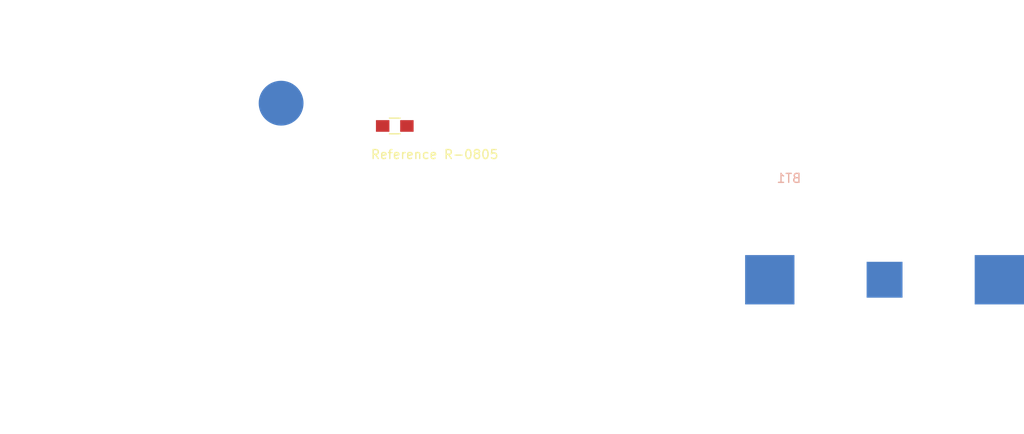
<source format=kicad_pcb>
(kicad_pcb (version 20171130) (host pcbnew 5.0.2-bee76a0~70~ubuntu16.04.1)

  (general
    (thickness 1.6)
    (drawings 17)
    (tracks 0)
    (zones 0)
    (modules 3)
    (nets 1)
  )

  (page USLetter)
  (title_block
    (title "Project Title")
  )

  (layers
    (0 F.Cu signal)
    (31 B.Cu signal)
    (34 B.Paste user)
    (35 F.Paste user)
    (36 B.SilkS user)
    (37 F.SilkS user)
    (38 B.Mask user)
    (39 F.Mask user)
    (44 Edge.Cuts user)
    (46 B.CrtYd user)
    (47 F.CrtYd user)
    (48 B.Fab user)
    (49 F.Fab user)
  )

  (setup
    (last_trace_width 0.254)
    (user_trace_width 0.1524)
    (user_trace_width 0.254)
    (user_trace_width 0.3302)
    (user_trace_width 0.508)
    (user_trace_width 0.762)
    (user_trace_width 1.27)
    (trace_clearance 0.254)
    (zone_clearance 0.508)
    (zone_45_only no)
    (trace_min 0.1524)
    (segment_width 0.1524)
    (edge_width 0.1524)
    (via_size 0.6858)
    (via_drill 0.3302)
    (via_min_size 0.6858)
    (via_min_drill 0.3302)
    (user_via 0.6858 0.3302)
    (user_via 0.762 0.4064)
    (user_via 0.8636 0.508)
    (uvia_size 0.6858)
    (uvia_drill 0.3302)
    (uvias_allowed no)
    (uvia_min_size 0)
    (uvia_min_drill 0)
    (pcb_text_width 0.1524)
    (pcb_text_size 1.016 1.016)
    (mod_edge_width 0.1524)
    (mod_text_size 1.016 1.016)
    (mod_text_width 0.1524)
    (pad_size 1.524 1.524)
    (pad_drill 0.762)
    (pad_to_mask_clearance 0.0762)
    (solder_mask_min_width 0.1016)
    (pad_to_paste_clearance -0.0762)
    (aux_axis_origin 0 0)
    (visible_elements FFFFDF7D)
    (pcbplotparams
      (layerselection 0x310fc_80000001)
      (usegerberextensions true)
      (usegerberattributes false)
      (usegerberadvancedattributes false)
      (creategerberjobfile false)
      (excludeedgelayer true)
      (linewidth 0.100000)
      (plotframeref false)
      (viasonmask false)
      (mode 1)
      (useauxorigin false)
      (hpglpennumber 1)
      (hpglpenspeed 20)
      (hpglpendiameter 15.000000)
      (psnegative false)
      (psa4output false)
      (plotreference true)
      (plotvalue true)
      (plotinvisibletext false)
      (padsonsilk false)
      (subtractmaskfromsilk false)
      (outputformat 1)
      (mirror false)
      (drillshape 0)
      (scaleselection 1)
      (outputdirectory "gerbers"))
  )

  (net 0 "")

  (net_class Default "This is the default net class."
    (clearance 0.254)
    (trace_width 0.254)
    (via_dia 0.6858)
    (via_drill 0.3302)
    (uvia_dia 0.6858)
    (uvia_drill 0.3302)
  )

  (module Badge:R_0805_HandSoldering (layer F.Cu) (tedit 5C2150E0) (tstamp 5C21A106)
    (at 148.59 88.9)
    (descr "Resistor SMD 0805, hand soldering")
    (tags "resistor 0805")
    (attr smd)
    (fp_text reference "Reference R-0805" (at 4.445 3.175) (layer F.SilkS)
      (effects (font (size 1 1) (thickness 0.15)))
    )
    (fp_text value 1k (at 0 2.1) (layer F.Fab)
      (effects (font (size 1 1) (thickness 0.15)))
    )
    (fp_line (start -2.4 -1) (end 2.4 -1) (layer F.CrtYd) (width 0.05))
    (fp_line (start -2.4 1) (end 2.4 1) (layer F.CrtYd) (width 0.05))
    (fp_line (start -2.4 -1) (end -2.4 1) (layer F.CrtYd) (width 0.05))
    (fp_line (start 2.4 -1) (end 2.4 1) (layer F.CrtYd) (width 0.05))
    (fp_line (start 0.6 0.875) (end -0.6 0.875) (layer F.SilkS) (width 0.15))
    (fp_line (start -0.6 -0.875) (end 0.6 -0.875) (layer F.SilkS) (width 0.15))
    (pad 1 smd rect (at -1.35 0) (size 1.5 1.3) (layers F.Cu F.Paste F.Mask))
    (pad 2 smd rect (at 1.35 0) (size 1.5 1.3) (layers F.Cu F.Paste F.Mask))
    (model Resistors_SMD.3dshapes/R_0805_HandSoldering.wrl
      (at (xyz 0 0 0))
      (scale (xyz 1 1 1))
      (rotate (xyz 0 0 0))
    )
    (model ${KISYS3DMOD}/Resistors_SMD.3dshapes/R_0805.step
      (at (xyz 0 0 0))
      (scale (xyz 1 1 1))
      (rotate (xyz 0 0 0))
    )
  )

  (module Tux:Pad_Pin_5mm (layer F.Cu) (tedit 5C215CAC) (tstamp 5C218FDF)
    (at 135.9154 86.36)
    (fp_text reference REF9** (at -5.97408 5.86232) (layer F.SilkS) hide
      (effects (font (size 1 1) (thickness 0.15)))
    )
    (fp_text value Pad_Pin_5mm (at 0 -3.302) (layer F.Fab)
      (effects (font (size 1 1) (thickness 0.15)))
    )
    (pad 1 smd circle (at 0 0) (size 5 5) (layers B.Cu B.Mask))
  )

  (module Badge:S8211R (layer B.Cu) (tedit 5BD3366D) (tstamp 5C221AD3)
    (at 203.2 106.045 180)
    (fp_text reference BT1 (at 10.666 11.313 180) (layer B.SilkS)
      (effects (font (size 1 1) (thickness 0.15)) (justify mirror))
    )
    (fp_text value BATTERY_COIN (at -9.4 11.059 180) (layer B.Fab)
      (effects (font (size 1 1) (thickness 0.15)) (justify mirror))
    )
    (fp_line (start 12.7 12.7) (end 12.7 -7.62) (layer B.Fab) (width 0.15))
    (fp_line (start 12.7 -7.62) (end 0 -15.24) (layer B.Fab) (width 0.15))
    (fp_line (start 0 -15.24) (end -12.7 -7.62) (layer B.Fab) (width 0.15))
    (fp_line (start -12.7 -7.62) (end -12.7 12.7) (layer B.Fab) (width 0.15))
    (fp_line (start -12.7 12.7) (end 12.7 12.7) (layer B.Fab) (width 0.15))
    (pad 2 smd rect (at 0 0 180) (size 4 4) (layers B.Cu B.Paste B.Mask))
    (pad 1 smd rect (at -12.8 0 180) (size 5.5 5.5) (layers B.Cu B.Paste B.Mask))
    (pad 1 smd rect (at 12.8 0 180) (size 5.5 5.5) (layers B.Cu B.Paste B.Mask))
    (model /home/gsreynaga/S821-46.wrl
      (at (xyz 0 0 0))
      (scale (xyz 1 1 1))
      (rotate (xyz 0 0 0))
    )
    (model ${KISYS3DMOD}/Battery.3dshapes/S821-46.wrl
      (at (xyz 0 0 0))
      (scale (xyz 0.3938 0.3938 0.3938))
      (rotate (xyz 0 0 0))
    )
  )

  (gr_circle (center 117.348 76.962) (end 118.618 76.962) (layer Dwgs.User) (width 0.15))
  (gr_line (start 114.427 78.994) (end 114.427 74.93) (angle 90) (layer Dwgs.User) (width 0.15))
  (gr_line (start 120.269 78.994) (end 114.427 78.994) (angle 90) (layer Dwgs.User) (width 0.15))
  (gr_line (start 120.269 74.93) (end 120.269 78.994) (angle 90) (layer Dwgs.User) (width 0.15))
  (gr_line (start 114.427 74.93) (end 120.269 74.93) (angle 90) (layer Dwgs.User) (width 0.15))
  (gr_line (start 120.523 93.98) (end 104.648 93.98) (angle 90) (layer Dwgs.User) (width 0.15))
  (gr_line (start 173.355 102.235) (end 173.355 94.615) (angle 90) (layer Dwgs.User) (width 0.15))
  (gr_line (start 178.435 102.235) (end 173.355 102.235) (angle 90) (layer Dwgs.User) (width 0.15))
  (gr_line (start 178.435 94.615) (end 178.435 102.235) (angle 90) (layer Dwgs.User) (width 0.15))
  (gr_line (start 173.355 94.615) (end 178.435 94.615) (angle 90) (layer Dwgs.User) (width 0.15))
  (gr_line (start 109.093 123.19) (end 109.093 114.3) (angle 90) (layer Dwgs.User) (width 0.15))
  (gr_line (start 122.428 123.19) (end 109.093 123.19) (angle 90) (layer Dwgs.User) (width 0.15))
  (gr_line (start 122.428 114.3) (end 122.428 123.19) (angle 90) (layer Dwgs.User) (width 0.15))
  (gr_line (start 109.093 114.3) (end 122.428 114.3) (angle 90) (layer Dwgs.User) (width 0.15))
  (gr_line (start 104.648 93.98) (end 104.648 82.55) (angle 90) (layer Dwgs.User) (width 0.15))
  (gr_line (start 120.523 82.55) (end 120.523 93.98) (angle 90) (layer Dwgs.User) (width 0.15))
  (gr_line (start 104.648 82.55) (end 120.523 82.55) (angle 90) (layer Dwgs.User) (width 0.15))

)

</source>
